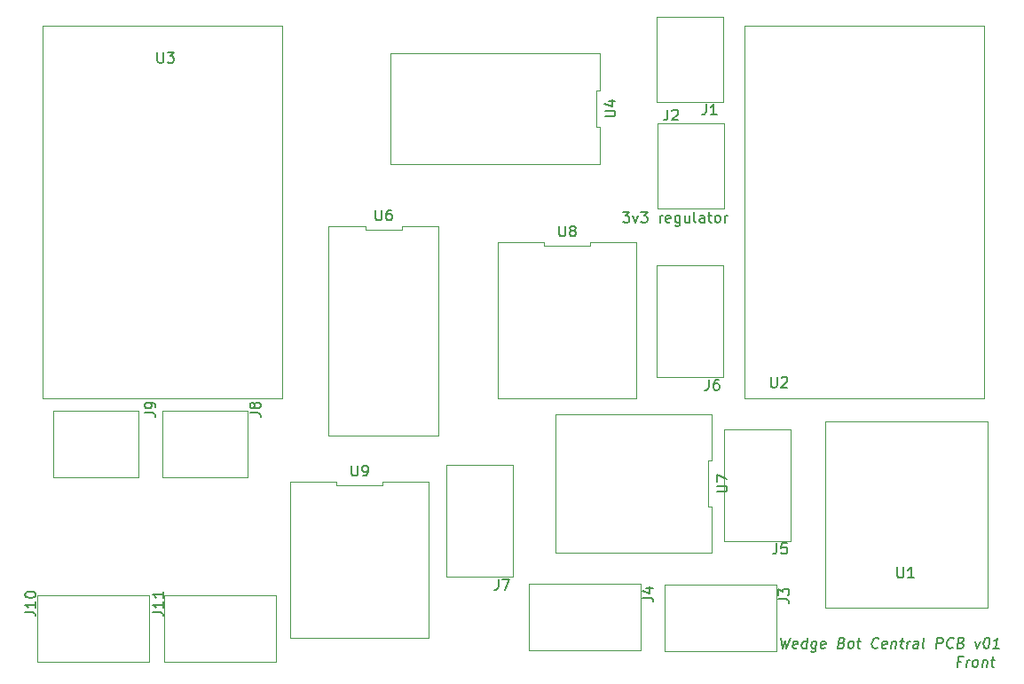
<source format=gbr>
G04 #@! TF.GenerationSoftware,KiCad,Pcbnew,(5.1.4)-1*
G04 #@! TF.CreationDate,2019-10-31T11:37:51-04:00*
G04 #@! TF.ProjectId,central_board,63656e74-7261-46c5-9f62-6f6172642e6b,v01*
G04 #@! TF.SameCoordinates,Original*
G04 #@! TF.FileFunction,Legend,Top*
G04 #@! TF.FilePolarity,Positive*
%FSLAX46Y46*%
G04 Gerber Fmt 4.6, Leading zero omitted, Abs format (unit mm)*
G04 Created by KiCad (PCBNEW (5.1.4)-1) date 2019-10-31 11:37:51*
%MOMM*%
%LPD*%
G04 APERTURE LIST*
%ADD10C,0.150000*%
%ADD11C,0.120000*%
G04 APERTURE END LIST*
D10*
X146407809Y-82764380D02*
X147026857Y-82764380D01*
X146693523Y-83145333D01*
X146836380Y-83145333D01*
X146931619Y-83192952D01*
X146979238Y-83240571D01*
X147026857Y-83335809D01*
X147026857Y-83573904D01*
X146979238Y-83669142D01*
X146931619Y-83716761D01*
X146836380Y-83764380D01*
X146550666Y-83764380D01*
X146455428Y-83716761D01*
X146407809Y-83669142D01*
X147360190Y-83097714D02*
X147598285Y-83764380D01*
X147836380Y-83097714D01*
X148122095Y-82764380D02*
X148741142Y-82764380D01*
X148407809Y-83145333D01*
X148550666Y-83145333D01*
X148645904Y-83192952D01*
X148693523Y-83240571D01*
X148741142Y-83335809D01*
X148741142Y-83573904D01*
X148693523Y-83669142D01*
X148645904Y-83716761D01*
X148550666Y-83764380D01*
X148264952Y-83764380D01*
X148169714Y-83716761D01*
X148122095Y-83669142D01*
X149931619Y-83764380D02*
X149931619Y-83097714D01*
X149931619Y-83288190D02*
X149979238Y-83192952D01*
X150026857Y-83145333D01*
X150122095Y-83097714D01*
X150217333Y-83097714D01*
X150931619Y-83716761D02*
X150836380Y-83764380D01*
X150645904Y-83764380D01*
X150550666Y-83716761D01*
X150503047Y-83621523D01*
X150503047Y-83240571D01*
X150550666Y-83145333D01*
X150645904Y-83097714D01*
X150836380Y-83097714D01*
X150931619Y-83145333D01*
X150979238Y-83240571D01*
X150979238Y-83335809D01*
X150503047Y-83431047D01*
X151836380Y-83097714D02*
X151836380Y-83907238D01*
X151788761Y-84002476D01*
X151741142Y-84050095D01*
X151645904Y-84097714D01*
X151503047Y-84097714D01*
X151407809Y-84050095D01*
X151836380Y-83716761D02*
X151741142Y-83764380D01*
X151550666Y-83764380D01*
X151455428Y-83716761D01*
X151407809Y-83669142D01*
X151360190Y-83573904D01*
X151360190Y-83288190D01*
X151407809Y-83192952D01*
X151455428Y-83145333D01*
X151550666Y-83097714D01*
X151741142Y-83097714D01*
X151836380Y-83145333D01*
X152741142Y-83097714D02*
X152741142Y-83764380D01*
X152312571Y-83097714D02*
X152312571Y-83621523D01*
X152360190Y-83716761D01*
X152455428Y-83764380D01*
X152598285Y-83764380D01*
X152693523Y-83716761D01*
X152741142Y-83669142D01*
X153360190Y-83764380D02*
X153264952Y-83716761D01*
X153217333Y-83621523D01*
X153217333Y-82764380D01*
X154169714Y-83764380D02*
X154169714Y-83240571D01*
X154122095Y-83145333D01*
X154026857Y-83097714D01*
X153836380Y-83097714D01*
X153741142Y-83145333D01*
X154169714Y-83716761D02*
X154074476Y-83764380D01*
X153836380Y-83764380D01*
X153741142Y-83716761D01*
X153693523Y-83621523D01*
X153693523Y-83526285D01*
X153741142Y-83431047D01*
X153836380Y-83383428D01*
X154074476Y-83383428D01*
X154169714Y-83335809D01*
X154503047Y-83097714D02*
X154884000Y-83097714D01*
X154645904Y-82764380D02*
X154645904Y-83621523D01*
X154693523Y-83716761D01*
X154788761Y-83764380D01*
X154884000Y-83764380D01*
X155360190Y-83764380D02*
X155264952Y-83716761D01*
X155217333Y-83669142D01*
X155169714Y-83573904D01*
X155169714Y-83288190D01*
X155217333Y-83192952D01*
X155264952Y-83145333D01*
X155360190Y-83097714D01*
X155503047Y-83097714D01*
X155598285Y-83145333D01*
X155645904Y-83192952D01*
X155693523Y-83288190D01*
X155693523Y-83573904D01*
X155645904Y-83669142D01*
X155598285Y-83716761D01*
X155503047Y-83764380D01*
X155360190Y-83764380D01*
X156122095Y-83764380D02*
X156122095Y-83097714D01*
X156122095Y-83288190D02*
X156169714Y-83192952D01*
X156217333Y-83145333D01*
X156312571Y-83097714D01*
X156407809Y-83097714D01*
X178694348Y-125658571D02*
X178361014Y-125658571D01*
X178295538Y-126182380D02*
X178420538Y-125182380D01*
X178896729Y-125182380D01*
X179152681Y-126182380D02*
X179236014Y-125515714D01*
X179212205Y-125706190D02*
X179271729Y-125610952D01*
X179325300Y-125563333D01*
X179426491Y-125515714D01*
X179521729Y-125515714D01*
X179914586Y-126182380D02*
X179825300Y-126134761D01*
X179783633Y-126087142D01*
X179747919Y-125991904D01*
X179783633Y-125706190D01*
X179843157Y-125610952D01*
X179896729Y-125563333D01*
X179997919Y-125515714D01*
X180140776Y-125515714D01*
X180230062Y-125563333D01*
X180271729Y-125610952D01*
X180307443Y-125706190D01*
X180271729Y-125991904D01*
X180212205Y-126087142D01*
X180158633Y-126134761D01*
X180057443Y-126182380D01*
X179914586Y-126182380D01*
X180759824Y-125515714D02*
X180676491Y-126182380D01*
X180747919Y-125610952D02*
X180801491Y-125563333D01*
X180902681Y-125515714D01*
X181045538Y-125515714D01*
X181134824Y-125563333D01*
X181170538Y-125658571D01*
X181105062Y-126182380D01*
X181521729Y-125515714D02*
X181902681Y-125515714D01*
X181706252Y-125182380D02*
X181599110Y-126039523D01*
X181634824Y-126134761D01*
X181724110Y-126182380D01*
X181819348Y-126182380D01*
X161506824Y-123404380D02*
X161619919Y-124404380D01*
X161899681Y-123690095D01*
X162000872Y-124404380D01*
X162363967Y-123404380D01*
X163006824Y-124356761D02*
X162905633Y-124404380D01*
X162715157Y-124404380D01*
X162625872Y-124356761D01*
X162590157Y-124261523D01*
X162637776Y-123880571D01*
X162697300Y-123785333D01*
X162798491Y-123737714D01*
X162988967Y-123737714D01*
X163078252Y-123785333D01*
X163113967Y-123880571D01*
X163102062Y-123975809D01*
X162613967Y-124071047D01*
X163905633Y-124404380D02*
X164030633Y-123404380D01*
X163911586Y-124356761D02*
X163810395Y-124404380D01*
X163619919Y-124404380D01*
X163530633Y-124356761D01*
X163488967Y-124309142D01*
X163453252Y-124213904D01*
X163488967Y-123928190D01*
X163548491Y-123832952D01*
X163602062Y-123785333D01*
X163703252Y-123737714D01*
X163893729Y-123737714D01*
X163983014Y-123785333D01*
X164893729Y-123737714D02*
X164792538Y-124547238D01*
X164733014Y-124642476D01*
X164679443Y-124690095D01*
X164578252Y-124737714D01*
X164435395Y-124737714D01*
X164346110Y-124690095D01*
X164816348Y-124356761D02*
X164715157Y-124404380D01*
X164524681Y-124404380D01*
X164435395Y-124356761D01*
X164393729Y-124309142D01*
X164358014Y-124213904D01*
X164393729Y-123928190D01*
X164453252Y-123832952D01*
X164506824Y-123785333D01*
X164608014Y-123737714D01*
X164798491Y-123737714D01*
X164887776Y-123785333D01*
X165673491Y-124356761D02*
X165572300Y-124404380D01*
X165381824Y-124404380D01*
X165292538Y-124356761D01*
X165256824Y-124261523D01*
X165304443Y-123880571D01*
X165363967Y-123785333D01*
X165465157Y-123737714D01*
X165655633Y-123737714D01*
X165744919Y-123785333D01*
X165780633Y-123880571D01*
X165768729Y-123975809D01*
X165280633Y-124071047D01*
X167304443Y-123880571D02*
X167441348Y-123928190D01*
X167483014Y-123975809D01*
X167518729Y-124071047D01*
X167500872Y-124213904D01*
X167441348Y-124309142D01*
X167387776Y-124356761D01*
X167286586Y-124404380D01*
X166905633Y-124404380D01*
X167030633Y-123404380D01*
X167363967Y-123404380D01*
X167453252Y-123452000D01*
X167494919Y-123499619D01*
X167530633Y-123594857D01*
X167518729Y-123690095D01*
X167459205Y-123785333D01*
X167405633Y-123832952D01*
X167304443Y-123880571D01*
X166971110Y-123880571D01*
X168048491Y-124404380D02*
X167959205Y-124356761D01*
X167917538Y-124309142D01*
X167881824Y-124213904D01*
X167917538Y-123928190D01*
X167977062Y-123832952D01*
X168030633Y-123785333D01*
X168131824Y-123737714D01*
X168274681Y-123737714D01*
X168363967Y-123785333D01*
X168405633Y-123832952D01*
X168441348Y-123928190D01*
X168405633Y-124213904D01*
X168346110Y-124309142D01*
X168292538Y-124356761D01*
X168191348Y-124404380D01*
X168048491Y-124404380D01*
X168750872Y-123737714D02*
X169131824Y-123737714D01*
X168935395Y-123404380D02*
X168828252Y-124261523D01*
X168863967Y-124356761D01*
X168953252Y-124404380D01*
X169048491Y-124404380D01*
X170727062Y-124309142D02*
X170673491Y-124356761D01*
X170524681Y-124404380D01*
X170429443Y-124404380D01*
X170292538Y-124356761D01*
X170209205Y-124261523D01*
X170173491Y-124166285D01*
X170149681Y-123975809D01*
X170167538Y-123832952D01*
X170238967Y-123642476D01*
X170298491Y-123547238D01*
X170405633Y-123452000D01*
X170554443Y-123404380D01*
X170649681Y-123404380D01*
X170786586Y-123452000D01*
X170828252Y-123499619D01*
X171530633Y-124356761D02*
X171429443Y-124404380D01*
X171238967Y-124404380D01*
X171149681Y-124356761D01*
X171113967Y-124261523D01*
X171161586Y-123880571D01*
X171221110Y-123785333D01*
X171322300Y-123737714D01*
X171512776Y-123737714D01*
X171602062Y-123785333D01*
X171637776Y-123880571D01*
X171625872Y-123975809D01*
X171137776Y-124071047D01*
X172084205Y-123737714D02*
X172000872Y-124404380D01*
X172072300Y-123832952D02*
X172125872Y-123785333D01*
X172227062Y-123737714D01*
X172369919Y-123737714D01*
X172459205Y-123785333D01*
X172494919Y-123880571D01*
X172429443Y-124404380D01*
X172846110Y-123737714D02*
X173227062Y-123737714D01*
X173030633Y-123404380D02*
X172923491Y-124261523D01*
X172959205Y-124356761D01*
X173048491Y-124404380D01*
X173143729Y-124404380D01*
X173477062Y-124404380D02*
X173560395Y-123737714D01*
X173536586Y-123928190D02*
X173596110Y-123832952D01*
X173649681Y-123785333D01*
X173750872Y-123737714D01*
X173846110Y-123737714D01*
X174524681Y-124404380D02*
X174590157Y-123880571D01*
X174554443Y-123785333D01*
X174465157Y-123737714D01*
X174274681Y-123737714D01*
X174173491Y-123785333D01*
X174530633Y-124356761D02*
X174429443Y-124404380D01*
X174191348Y-124404380D01*
X174102062Y-124356761D01*
X174066348Y-124261523D01*
X174078252Y-124166285D01*
X174137776Y-124071047D01*
X174238967Y-124023428D01*
X174477062Y-124023428D01*
X174578252Y-123975809D01*
X175143729Y-124404380D02*
X175054443Y-124356761D01*
X175018729Y-124261523D01*
X175125872Y-123404380D01*
X176286586Y-124404380D02*
X176411586Y-123404380D01*
X176792538Y-123404380D01*
X176881824Y-123452000D01*
X176923491Y-123499619D01*
X176959205Y-123594857D01*
X176941348Y-123737714D01*
X176881824Y-123832952D01*
X176828252Y-123880571D01*
X176727062Y-123928190D01*
X176346110Y-123928190D01*
X177869919Y-124309142D02*
X177816348Y-124356761D01*
X177667538Y-124404380D01*
X177572300Y-124404380D01*
X177435395Y-124356761D01*
X177352062Y-124261523D01*
X177316348Y-124166285D01*
X177292538Y-123975809D01*
X177310395Y-123832952D01*
X177381824Y-123642476D01*
X177441348Y-123547238D01*
X177548491Y-123452000D01*
X177697300Y-123404380D01*
X177792538Y-123404380D01*
X177929443Y-123452000D01*
X177971110Y-123499619D01*
X178685395Y-123880571D02*
X178822300Y-123928190D01*
X178863967Y-123975809D01*
X178899681Y-124071047D01*
X178881824Y-124213904D01*
X178822300Y-124309142D01*
X178768729Y-124356761D01*
X178667538Y-124404380D01*
X178286586Y-124404380D01*
X178411586Y-123404380D01*
X178744919Y-123404380D01*
X178834205Y-123452000D01*
X178875872Y-123499619D01*
X178911586Y-123594857D01*
X178899681Y-123690095D01*
X178840157Y-123785333D01*
X178786586Y-123832952D01*
X178685395Y-123880571D01*
X178352062Y-123880571D01*
X180036586Y-123737714D02*
X180191348Y-124404380D01*
X180512776Y-123737714D01*
X181125872Y-123404380D02*
X181221110Y-123404380D01*
X181310395Y-123452000D01*
X181352062Y-123499619D01*
X181387776Y-123594857D01*
X181411586Y-123785333D01*
X181381824Y-124023428D01*
X181310395Y-124213904D01*
X181250872Y-124309142D01*
X181197300Y-124356761D01*
X181096110Y-124404380D01*
X181000872Y-124404380D01*
X180911586Y-124356761D01*
X180869919Y-124309142D01*
X180834205Y-124213904D01*
X180810395Y-124023428D01*
X180840157Y-123785333D01*
X180911586Y-123594857D01*
X180971110Y-123499619D01*
X181024681Y-123452000D01*
X181125872Y-123404380D01*
X182286586Y-124404380D02*
X181715157Y-124404380D01*
X182000872Y-124404380D02*
X182125872Y-123404380D01*
X182012776Y-123547238D01*
X181905633Y-123642476D01*
X181804443Y-123690095D01*
D11*
X113284000Y-125730000D02*
X102616000Y-125730000D01*
X113284000Y-119380000D02*
X113284000Y-125730000D01*
X102616000Y-119380000D02*
X113284000Y-119380000D01*
X102616000Y-125730000D02*
X102616000Y-119380000D01*
X149606000Y-72263000D02*
X149606000Y-64135000D01*
X155956000Y-72263000D02*
X149606000Y-72263000D01*
X155956000Y-64135000D02*
X155956000Y-72263000D01*
X149606000Y-64135000D02*
X155956000Y-64135000D01*
X156083000Y-82423000D02*
X149733000Y-82423000D01*
X149733000Y-82423000D02*
X149733000Y-74295000D01*
X149733000Y-74295000D02*
X156083000Y-74295000D01*
X156083000Y-74295000D02*
X156083000Y-82423000D01*
X150368000Y-124714000D02*
X150368000Y-118364000D01*
X150368000Y-118364000D02*
X161036000Y-118364000D01*
X161036000Y-118364000D02*
X161036000Y-124714000D01*
X161036000Y-124714000D02*
X150368000Y-124714000D01*
X148082000Y-124587000D02*
X137414000Y-124587000D01*
X148082000Y-118237000D02*
X148082000Y-124587000D01*
X137414000Y-118237000D02*
X148082000Y-118237000D01*
X137414000Y-124587000D02*
X137414000Y-118237000D01*
X156083000Y-103505000D02*
X162433000Y-103505000D01*
X162433000Y-103505000D02*
X162433000Y-114173000D01*
X162433000Y-114173000D02*
X156083000Y-114173000D01*
X156083000Y-114173000D02*
X156083000Y-103505000D01*
X149606000Y-98552000D02*
X149606000Y-87884000D01*
X155956000Y-98552000D02*
X149606000Y-98552000D01*
X155956000Y-87884000D02*
X155956000Y-98552000D01*
X149606000Y-87884000D02*
X155956000Y-87884000D01*
X129540000Y-106934000D02*
X135890000Y-106934000D01*
X135890000Y-106934000D02*
X135890000Y-117602000D01*
X135890000Y-117602000D02*
X129540000Y-117602000D01*
X129540000Y-117602000D02*
X129540000Y-106934000D01*
X102489000Y-108077000D02*
X102489000Y-101727000D01*
X102489000Y-101727000D02*
X110617000Y-101727000D01*
X110617000Y-101727000D02*
X110617000Y-108077000D01*
X110617000Y-108077000D02*
X102489000Y-108077000D01*
X100203000Y-108077000D02*
X92075000Y-108077000D01*
X100203000Y-101727000D02*
X100203000Y-108077000D01*
X92075000Y-101727000D02*
X100203000Y-101727000D01*
X92075000Y-108077000D02*
X92075000Y-101727000D01*
X101219000Y-125730000D02*
X90551000Y-125730000D01*
X101219000Y-119380000D02*
X101219000Y-125730000D01*
X90551000Y-119380000D02*
X101219000Y-119380000D01*
X90551000Y-125730000D02*
X90551000Y-119380000D01*
X165735000Y-120523000D02*
X165735000Y-102743000D01*
X181229000Y-120523000D02*
X165735000Y-120523000D01*
X181229000Y-102743000D02*
X181229000Y-120523000D01*
X165735000Y-102743000D02*
X181229000Y-102743000D01*
X157988000Y-100584000D02*
X157988000Y-65024000D01*
X180848000Y-100584000D02*
X157988000Y-100584000D01*
X180848000Y-65024000D02*
X180848000Y-100584000D01*
X157988000Y-65024000D02*
X180848000Y-65024000D01*
X91059000Y-65024000D02*
X113919000Y-65024000D01*
X113919000Y-65024000D02*
X113919000Y-100584000D01*
X113919000Y-100584000D02*
X91059000Y-100584000D01*
X91059000Y-100584000D02*
X91059000Y-65024000D01*
X144229000Y-67638001D02*
X124249000Y-67638000D01*
X124249000Y-67638000D02*
X124249000Y-78157999D01*
X124249000Y-78157999D02*
X144229000Y-78158000D01*
X144229000Y-78158000D02*
X144229000Y-74651333D01*
X144229000Y-74651333D02*
X143869000Y-74651333D01*
X143869000Y-74651333D02*
X143869000Y-71144667D01*
X143869000Y-71144667D02*
X144229000Y-71144667D01*
X144229000Y-71144667D02*
X144229000Y-67638001D01*
X121817667Y-84117000D02*
X118311001Y-84117000D01*
X121817667Y-84477000D02*
X121817667Y-84117000D01*
X125324333Y-84477000D02*
X121817667Y-84477000D01*
X125324333Y-84117000D02*
X125324333Y-84477000D01*
X128831000Y-84117000D02*
X125324333Y-84117000D01*
X128830999Y-104097000D02*
X128831000Y-84117000D01*
X118311000Y-104097000D02*
X128830999Y-104097000D01*
X118311001Y-84117000D02*
X118311000Y-104097000D01*
X154897000Y-106512001D02*
X154897000Y-102112000D01*
X154537000Y-106512001D02*
X154897000Y-106512001D01*
X154537000Y-110912000D02*
X154537000Y-106512001D01*
X154897000Y-110912000D02*
X154537000Y-110912000D01*
X154897000Y-115312000D02*
X154897000Y-110912000D01*
X139997000Y-115312000D02*
X154897000Y-115312000D01*
X139997000Y-102112000D02*
X139997000Y-115312000D01*
X154897000Y-102112000D02*
X139997000Y-102112000D01*
X134497000Y-85641000D02*
X134497000Y-100541000D01*
X134497000Y-100541000D02*
X147697000Y-100541000D01*
X147697000Y-100541000D02*
X147697000Y-85641000D01*
X147697000Y-85641000D02*
X143297000Y-85641000D01*
X143297000Y-85641000D02*
X143297000Y-86001000D01*
X143297000Y-86001000D02*
X138897001Y-86001000D01*
X138897001Y-86001000D02*
X138897001Y-85641000D01*
X138897001Y-85641000D02*
X134497000Y-85641000D01*
X114685000Y-108501000D02*
X114685000Y-123401000D01*
X114685000Y-123401000D02*
X127885000Y-123401000D01*
X127885000Y-123401000D02*
X127885000Y-108501000D01*
X127885000Y-108501000D02*
X123485000Y-108501000D01*
X123485000Y-108501000D02*
X123485000Y-108861000D01*
X123485000Y-108861000D02*
X119085001Y-108861000D01*
X119085001Y-108861000D02*
X119085001Y-108501000D01*
X119085001Y-108501000D02*
X114685000Y-108501000D01*
D10*
X101560380Y-120951523D02*
X102274666Y-120951523D01*
X102417523Y-120999142D01*
X102512761Y-121094380D01*
X102560380Y-121237238D01*
X102560380Y-121332476D01*
X102560380Y-119951523D02*
X102560380Y-120522952D01*
X102560380Y-120237238D02*
X101560380Y-120237238D01*
X101703238Y-120332476D01*
X101798476Y-120427714D01*
X101846095Y-120522952D01*
X102560380Y-118999142D02*
X102560380Y-119570571D01*
X102560380Y-119284857D02*
X101560380Y-119284857D01*
X101703238Y-119380095D01*
X101798476Y-119475333D01*
X101846095Y-119570571D01*
X154352666Y-72469380D02*
X154352666Y-73183666D01*
X154305047Y-73326523D01*
X154209809Y-73421761D01*
X154066952Y-73469380D01*
X153971714Y-73469380D01*
X155352666Y-73469380D02*
X154781238Y-73469380D01*
X155066952Y-73469380D02*
X155066952Y-72469380D01*
X154971714Y-72612238D01*
X154876476Y-72707476D01*
X154781238Y-72755095D01*
X150669666Y-72993380D02*
X150669666Y-73707666D01*
X150622047Y-73850523D01*
X150526809Y-73945761D01*
X150383952Y-73993380D01*
X150288714Y-73993380D01*
X151098238Y-73088619D02*
X151145857Y-73041000D01*
X151241095Y-72993380D01*
X151479190Y-72993380D01*
X151574428Y-73041000D01*
X151622047Y-73088619D01*
X151669666Y-73183857D01*
X151669666Y-73279095D01*
X151622047Y-73421952D01*
X151050619Y-73993380D01*
X151669666Y-73993380D01*
X161242380Y-119713333D02*
X161956666Y-119713333D01*
X162099523Y-119760952D01*
X162194761Y-119856190D01*
X162242380Y-119999047D01*
X162242380Y-120094285D01*
X161242380Y-119332380D02*
X161242380Y-118713333D01*
X161623333Y-119046666D01*
X161623333Y-118903809D01*
X161670952Y-118808571D01*
X161718571Y-118760952D01*
X161813809Y-118713333D01*
X162051904Y-118713333D01*
X162147142Y-118760952D01*
X162194761Y-118808571D01*
X162242380Y-118903809D01*
X162242380Y-119189523D01*
X162194761Y-119284761D01*
X162147142Y-119332380D01*
X148288380Y-119586333D02*
X149002666Y-119586333D01*
X149145523Y-119633952D01*
X149240761Y-119729190D01*
X149288380Y-119872047D01*
X149288380Y-119967285D01*
X148621714Y-118681571D02*
X149288380Y-118681571D01*
X148240761Y-118919666D02*
X148955047Y-119157761D01*
X148955047Y-118538714D01*
X161083666Y-114379380D02*
X161083666Y-115093666D01*
X161036047Y-115236523D01*
X160940809Y-115331761D01*
X160797952Y-115379380D01*
X160702714Y-115379380D01*
X162036047Y-114379380D02*
X161559857Y-114379380D01*
X161512238Y-114855571D01*
X161559857Y-114807952D01*
X161655095Y-114760333D01*
X161893190Y-114760333D01*
X161988428Y-114807952D01*
X162036047Y-114855571D01*
X162083666Y-114950809D01*
X162083666Y-115188904D01*
X162036047Y-115284142D01*
X161988428Y-115331761D01*
X161893190Y-115379380D01*
X161655095Y-115379380D01*
X161559857Y-115331761D01*
X161512238Y-115284142D01*
X154606666Y-98758380D02*
X154606666Y-99472666D01*
X154559047Y-99615523D01*
X154463809Y-99710761D01*
X154320952Y-99758380D01*
X154225714Y-99758380D01*
X155511428Y-98758380D02*
X155320952Y-98758380D01*
X155225714Y-98806000D01*
X155178095Y-98853619D01*
X155082857Y-98996476D01*
X155035238Y-99186952D01*
X155035238Y-99567904D01*
X155082857Y-99663142D01*
X155130476Y-99710761D01*
X155225714Y-99758380D01*
X155416190Y-99758380D01*
X155511428Y-99710761D01*
X155559047Y-99663142D01*
X155606666Y-99567904D01*
X155606666Y-99329809D01*
X155559047Y-99234571D01*
X155511428Y-99186952D01*
X155416190Y-99139333D01*
X155225714Y-99139333D01*
X155130476Y-99186952D01*
X155082857Y-99234571D01*
X155035238Y-99329809D01*
X134540666Y-117808380D02*
X134540666Y-118522666D01*
X134493047Y-118665523D01*
X134397809Y-118760761D01*
X134254952Y-118808380D01*
X134159714Y-118808380D01*
X134921619Y-117808380D02*
X135588285Y-117808380D01*
X135159714Y-118808380D01*
X110823380Y-101933333D02*
X111537666Y-101933333D01*
X111680523Y-101980952D01*
X111775761Y-102076190D01*
X111823380Y-102219047D01*
X111823380Y-102314285D01*
X111251952Y-101314285D02*
X111204333Y-101409523D01*
X111156714Y-101457142D01*
X111061476Y-101504761D01*
X111013857Y-101504761D01*
X110918619Y-101457142D01*
X110871000Y-101409523D01*
X110823380Y-101314285D01*
X110823380Y-101123809D01*
X110871000Y-101028571D01*
X110918619Y-100980952D01*
X111013857Y-100933333D01*
X111061476Y-100933333D01*
X111156714Y-100980952D01*
X111204333Y-101028571D01*
X111251952Y-101123809D01*
X111251952Y-101314285D01*
X111299571Y-101409523D01*
X111347190Y-101457142D01*
X111442428Y-101504761D01*
X111632904Y-101504761D01*
X111728142Y-101457142D01*
X111775761Y-101409523D01*
X111823380Y-101314285D01*
X111823380Y-101123809D01*
X111775761Y-101028571D01*
X111728142Y-100980952D01*
X111632904Y-100933333D01*
X111442428Y-100933333D01*
X111347190Y-100980952D01*
X111299571Y-101028571D01*
X111251952Y-101123809D01*
X100798380Y-101933333D02*
X101512666Y-101933333D01*
X101655523Y-101980952D01*
X101750761Y-102076190D01*
X101798380Y-102219047D01*
X101798380Y-102314285D01*
X101798380Y-101409523D02*
X101798380Y-101219047D01*
X101750761Y-101123809D01*
X101703142Y-101076190D01*
X101560285Y-100980952D01*
X101369809Y-100933333D01*
X100988857Y-100933333D01*
X100893619Y-100980952D01*
X100846000Y-101028571D01*
X100798380Y-101123809D01*
X100798380Y-101314285D01*
X100846000Y-101409523D01*
X100893619Y-101457142D01*
X100988857Y-101504761D01*
X101226952Y-101504761D01*
X101322190Y-101457142D01*
X101369809Y-101409523D01*
X101417428Y-101314285D01*
X101417428Y-101123809D01*
X101369809Y-101028571D01*
X101322190Y-100980952D01*
X101226952Y-100933333D01*
X89368380Y-120951523D02*
X90082666Y-120951523D01*
X90225523Y-120999142D01*
X90320761Y-121094380D01*
X90368380Y-121237238D01*
X90368380Y-121332476D01*
X90368380Y-119951523D02*
X90368380Y-120522952D01*
X90368380Y-120237238D02*
X89368380Y-120237238D01*
X89511238Y-120332476D01*
X89606476Y-120427714D01*
X89654095Y-120522952D01*
X89368380Y-119332476D02*
X89368380Y-119237238D01*
X89416000Y-119142000D01*
X89463619Y-119094380D01*
X89558857Y-119046761D01*
X89749333Y-118999142D01*
X89987428Y-118999142D01*
X90177904Y-119046761D01*
X90273142Y-119094380D01*
X90320761Y-119142000D01*
X90368380Y-119237238D01*
X90368380Y-119332476D01*
X90320761Y-119427714D01*
X90273142Y-119475333D01*
X90177904Y-119522952D01*
X89987428Y-119570571D01*
X89749333Y-119570571D01*
X89558857Y-119522952D01*
X89463619Y-119475333D01*
X89416000Y-119427714D01*
X89368380Y-119332476D01*
X172593095Y-116673380D02*
X172593095Y-117482904D01*
X172640714Y-117578142D01*
X172688333Y-117625761D01*
X172783571Y-117673380D01*
X172974047Y-117673380D01*
X173069285Y-117625761D01*
X173116904Y-117578142D01*
X173164523Y-117482904D01*
X173164523Y-116673380D01*
X174164523Y-117673380D02*
X173593095Y-117673380D01*
X173878809Y-117673380D02*
X173878809Y-116673380D01*
X173783571Y-116816238D01*
X173688333Y-116911476D01*
X173593095Y-116959095D01*
X160528095Y-98512380D02*
X160528095Y-99321904D01*
X160575714Y-99417142D01*
X160623333Y-99464761D01*
X160718571Y-99512380D01*
X160909047Y-99512380D01*
X161004285Y-99464761D01*
X161051904Y-99417142D01*
X161099523Y-99321904D01*
X161099523Y-98512380D01*
X161528095Y-98607619D02*
X161575714Y-98560000D01*
X161670952Y-98512380D01*
X161909047Y-98512380D01*
X162004285Y-98560000D01*
X162051904Y-98607619D01*
X162099523Y-98702857D01*
X162099523Y-98798095D01*
X162051904Y-98940952D01*
X161480476Y-99512380D01*
X162099523Y-99512380D01*
X101981095Y-67524380D02*
X101981095Y-68333904D01*
X102028714Y-68429142D01*
X102076333Y-68476761D01*
X102171571Y-68524380D01*
X102362047Y-68524380D01*
X102457285Y-68476761D01*
X102504904Y-68429142D01*
X102552523Y-68333904D01*
X102552523Y-67524380D01*
X102933476Y-67524380D02*
X103552523Y-67524380D01*
X103219190Y-67905333D01*
X103362047Y-67905333D01*
X103457285Y-67952952D01*
X103504904Y-68000571D01*
X103552523Y-68095809D01*
X103552523Y-68333904D01*
X103504904Y-68429142D01*
X103457285Y-68476761D01*
X103362047Y-68524380D01*
X103076333Y-68524380D01*
X102981095Y-68476761D01*
X102933476Y-68429142D01*
X144681380Y-73659904D02*
X145490904Y-73659904D01*
X145586142Y-73612285D01*
X145633761Y-73564666D01*
X145681380Y-73469428D01*
X145681380Y-73278952D01*
X145633761Y-73183714D01*
X145586142Y-73136095D01*
X145490904Y-73088476D01*
X144681380Y-73088476D01*
X145014714Y-72183714D02*
X145681380Y-72183714D01*
X144633761Y-72421809D02*
X145348047Y-72659904D01*
X145348047Y-72040857D01*
X122809095Y-82569380D02*
X122809095Y-83378904D01*
X122856714Y-83474142D01*
X122904333Y-83521761D01*
X122999571Y-83569380D01*
X123190047Y-83569380D01*
X123285285Y-83521761D01*
X123332904Y-83474142D01*
X123380523Y-83378904D01*
X123380523Y-82569380D01*
X124285285Y-82569380D02*
X124094809Y-82569380D01*
X123999571Y-82617000D01*
X123951952Y-82664619D01*
X123856714Y-82807476D01*
X123809095Y-82997952D01*
X123809095Y-83378904D01*
X123856714Y-83474142D01*
X123904333Y-83521761D01*
X123999571Y-83569380D01*
X124190047Y-83569380D01*
X124285285Y-83521761D01*
X124332904Y-83474142D01*
X124380523Y-83378904D01*
X124380523Y-83140809D01*
X124332904Y-83045571D01*
X124285285Y-82997952D01*
X124190047Y-82950333D01*
X123999571Y-82950333D01*
X123904333Y-82997952D01*
X123856714Y-83045571D01*
X123809095Y-83140809D01*
X155349380Y-109473904D02*
X156158904Y-109473904D01*
X156254142Y-109426285D01*
X156301761Y-109378666D01*
X156349380Y-109283428D01*
X156349380Y-109092952D01*
X156301761Y-108997714D01*
X156254142Y-108950095D01*
X156158904Y-108902476D01*
X155349380Y-108902476D01*
X155349380Y-108521523D02*
X155349380Y-107854857D01*
X156349380Y-108283428D01*
X140335095Y-84093380D02*
X140335095Y-84902904D01*
X140382714Y-84998142D01*
X140430333Y-85045761D01*
X140525571Y-85093380D01*
X140716047Y-85093380D01*
X140811285Y-85045761D01*
X140858904Y-84998142D01*
X140906523Y-84902904D01*
X140906523Y-84093380D01*
X141525571Y-84521952D02*
X141430333Y-84474333D01*
X141382714Y-84426714D01*
X141335095Y-84331476D01*
X141335095Y-84283857D01*
X141382714Y-84188619D01*
X141430333Y-84141000D01*
X141525571Y-84093380D01*
X141716047Y-84093380D01*
X141811285Y-84141000D01*
X141858904Y-84188619D01*
X141906523Y-84283857D01*
X141906523Y-84331476D01*
X141858904Y-84426714D01*
X141811285Y-84474333D01*
X141716047Y-84521952D01*
X141525571Y-84521952D01*
X141430333Y-84569571D01*
X141382714Y-84617190D01*
X141335095Y-84712428D01*
X141335095Y-84902904D01*
X141382714Y-84998142D01*
X141430333Y-85045761D01*
X141525571Y-85093380D01*
X141716047Y-85093380D01*
X141811285Y-85045761D01*
X141858904Y-84998142D01*
X141906523Y-84902904D01*
X141906523Y-84712428D01*
X141858904Y-84617190D01*
X141811285Y-84569571D01*
X141716047Y-84521952D01*
X120523095Y-106953380D02*
X120523095Y-107762904D01*
X120570714Y-107858142D01*
X120618333Y-107905761D01*
X120713571Y-107953380D01*
X120904047Y-107953380D01*
X120999285Y-107905761D01*
X121046904Y-107858142D01*
X121094523Y-107762904D01*
X121094523Y-106953380D01*
X121618333Y-107953380D02*
X121808809Y-107953380D01*
X121904047Y-107905761D01*
X121951666Y-107858142D01*
X122046904Y-107715285D01*
X122094523Y-107524809D01*
X122094523Y-107143857D01*
X122046904Y-107048619D01*
X121999285Y-107001000D01*
X121904047Y-106953380D01*
X121713571Y-106953380D01*
X121618333Y-107001000D01*
X121570714Y-107048619D01*
X121523095Y-107143857D01*
X121523095Y-107381952D01*
X121570714Y-107477190D01*
X121618333Y-107524809D01*
X121713571Y-107572428D01*
X121904047Y-107572428D01*
X121999285Y-107524809D01*
X122046904Y-107477190D01*
X122094523Y-107381952D01*
M02*

</source>
